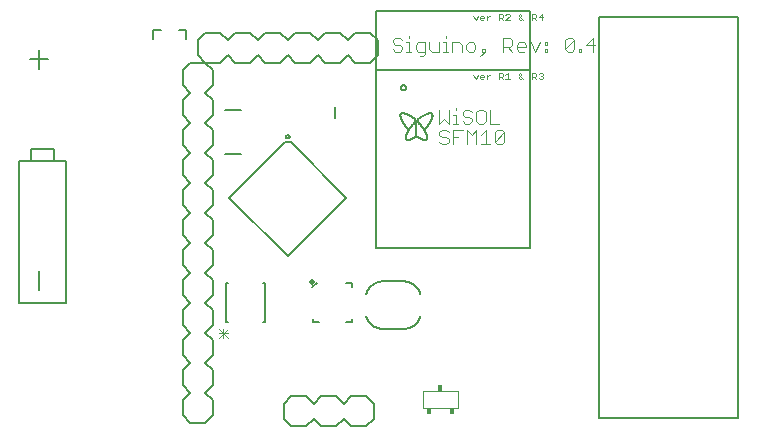
<source format=gto>
G75*
%MOIN*%
%OFA0B0*%
%FSLAX25Y25*%
%IPPOS*%
%LPD*%
%AMOC8*
5,1,8,0,0,1.08239X$1,22.5*
%
%ADD10C,0.00400*%
%ADD11C,0.00500*%
%ADD12C,0.00800*%
%ADD13C,0.02000*%
%ADD14C,0.00200*%
%ADD15C,0.00394*%
%ADD16R,0.01575X0.01969*%
%ADD17C,0.00600*%
%ADD18C,0.00300*%
D10*
X0169298Y0106011D02*
X0170066Y0105243D01*
X0171600Y0105243D01*
X0172368Y0106011D01*
X0172368Y0106778D01*
X0171600Y0107545D01*
X0170066Y0107545D01*
X0169298Y0108313D01*
X0169298Y0109080D01*
X0170066Y0109847D01*
X0171600Y0109847D01*
X0172368Y0109080D01*
X0173902Y0109847D02*
X0176972Y0109847D01*
X0178506Y0109847D02*
X0180041Y0108313D01*
X0181576Y0109847D01*
X0181576Y0105243D01*
X0183110Y0105243D02*
X0186179Y0105243D01*
X0184645Y0105243D02*
X0184645Y0109847D01*
X0183110Y0108313D01*
X0187714Y0109080D02*
X0188481Y0109847D01*
X0190016Y0109847D01*
X0190783Y0109080D01*
X0187714Y0106011D01*
X0188481Y0105243D01*
X0190016Y0105243D01*
X0190783Y0106011D01*
X0190783Y0109080D01*
X0187714Y0109080D02*
X0187714Y0106011D01*
X0178506Y0105243D02*
X0178506Y0109847D01*
X0177739Y0111936D02*
X0176972Y0112704D01*
X0177739Y0111936D02*
X0179274Y0111936D01*
X0180041Y0112704D01*
X0180041Y0113471D01*
X0179274Y0114238D01*
X0177739Y0114238D01*
X0176972Y0115005D01*
X0176972Y0115773D01*
X0177739Y0116540D01*
X0179274Y0116540D01*
X0180041Y0115773D01*
X0181576Y0115773D02*
X0181576Y0112704D01*
X0182343Y0111936D01*
X0183878Y0111936D01*
X0184645Y0112704D01*
X0184645Y0115773D01*
X0183878Y0116540D01*
X0182343Y0116540D01*
X0181576Y0115773D01*
X0186179Y0116540D02*
X0186179Y0111936D01*
X0189249Y0111936D01*
X0175437Y0111936D02*
X0173902Y0111936D01*
X0174670Y0111936D02*
X0174670Y0115005D01*
X0173902Y0115005D01*
X0174670Y0116540D02*
X0174670Y0117307D01*
X0172368Y0116540D02*
X0172368Y0111936D01*
X0170833Y0113471D01*
X0169298Y0111936D01*
X0169298Y0116540D01*
X0173902Y0109847D02*
X0173902Y0105243D01*
X0173902Y0107545D02*
X0175437Y0107545D01*
X0182827Y0134417D02*
X0184361Y0135952D01*
X0183594Y0135952D01*
X0183594Y0136719D01*
X0184361Y0136719D01*
X0184361Y0135952D01*
X0181292Y0136719D02*
X0181292Y0138254D01*
X0180525Y0139021D01*
X0178990Y0139021D01*
X0178223Y0138254D01*
X0178223Y0136719D01*
X0178990Y0135952D01*
X0180525Y0135952D01*
X0181292Y0136719D01*
X0176688Y0135952D02*
X0176688Y0138254D01*
X0175921Y0139021D01*
X0173619Y0139021D01*
X0173619Y0135952D01*
X0172084Y0135952D02*
X0170550Y0135952D01*
X0171317Y0135952D02*
X0171317Y0139021D01*
X0170550Y0139021D01*
X0169015Y0139021D02*
X0169015Y0135952D01*
X0166713Y0135952D01*
X0165946Y0136719D01*
X0165946Y0139021D01*
X0164411Y0139021D02*
X0162109Y0139021D01*
X0161342Y0138254D01*
X0161342Y0136719D01*
X0162109Y0135952D01*
X0164411Y0135952D01*
X0164411Y0135185D02*
X0164411Y0139021D01*
X0159040Y0139021D02*
X0159040Y0135952D01*
X0159807Y0135952D02*
X0158272Y0135952D01*
X0156738Y0136719D02*
X0156738Y0137487D01*
X0155970Y0138254D01*
X0154436Y0138254D01*
X0153669Y0139021D01*
X0153669Y0139789D01*
X0154436Y0140556D01*
X0155970Y0140556D01*
X0156738Y0139789D01*
X0158272Y0139021D02*
X0159040Y0139021D01*
X0159040Y0140556D02*
X0159040Y0141323D01*
X0156738Y0136719D02*
X0155970Y0135952D01*
X0154436Y0135952D01*
X0153669Y0136719D01*
X0162876Y0134417D02*
X0163644Y0134417D01*
X0164411Y0135185D01*
X0171317Y0140556D02*
X0171317Y0141323D01*
X0190500Y0140556D02*
X0190500Y0135952D01*
X0190500Y0137487D02*
X0192802Y0137487D01*
X0193569Y0138254D01*
X0193569Y0139789D01*
X0192802Y0140556D01*
X0190500Y0140556D01*
X0192035Y0137487D02*
X0193569Y0135952D01*
X0195104Y0136719D02*
X0195104Y0138254D01*
X0195871Y0139021D01*
X0197406Y0139021D01*
X0198173Y0138254D01*
X0198173Y0137487D01*
X0195104Y0137487D01*
X0195104Y0136719D02*
X0195871Y0135952D01*
X0197406Y0135952D01*
X0201242Y0135952D02*
X0202777Y0139021D01*
X0204312Y0139021D02*
X0204312Y0138254D01*
X0205079Y0138254D01*
X0205079Y0139021D01*
X0204312Y0139021D01*
X0201242Y0135952D02*
X0199708Y0139021D01*
X0204312Y0136719D02*
X0204312Y0135952D01*
X0205079Y0135952D01*
X0205079Y0136719D01*
X0204312Y0136719D01*
X0211218Y0136719D02*
X0214287Y0139789D01*
X0214287Y0136719D01*
X0213520Y0135952D01*
X0211985Y0135952D01*
X0211218Y0136719D01*
X0211218Y0139789D01*
X0211985Y0140556D01*
X0213520Y0140556D01*
X0214287Y0139789D01*
X0218123Y0138254D02*
X0221193Y0138254D01*
X0220425Y0135952D02*
X0220425Y0140556D01*
X0218123Y0138254D01*
X0216589Y0136719D02*
X0215821Y0136719D01*
X0215821Y0135952D01*
X0216589Y0135952D01*
X0216589Y0136719D01*
D11*
X0199413Y0129846D02*
X0199413Y0149531D01*
X0148232Y0149531D01*
X0148232Y0129846D01*
X0148232Y0070398D01*
X0199413Y0070398D01*
X0199413Y0129846D01*
X0148232Y0129846D01*
X0156407Y0123941D02*
X0156409Y0124000D01*
X0156415Y0124058D01*
X0156425Y0124116D01*
X0156438Y0124173D01*
X0156456Y0124230D01*
X0156477Y0124285D01*
X0156502Y0124338D01*
X0156530Y0124389D01*
X0156561Y0124439D01*
X0156596Y0124486D01*
X0156634Y0124531D01*
X0156675Y0124574D01*
X0156719Y0124613D01*
X0156765Y0124649D01*
X0156813Y0124683D01*
X0156864Y0124713D01*
X0156917Y0124739D01*
X0156971Y0124762D01*
X0157026Y0124781D01*
X0157083Y0124797D01*
X0157141Y0124809D01*
X0157199Y0124817D01*
X0157258Y0124821D01*
X0157316Y0124821D01*
X0157375Y0124817D01*
X0157433Y0124809D01*
X0157491Y0124797D01*
X0157548Y0124781D01*
X0157603Y0124762D01*
X0157657Y0124739D01*
X0157710Y0124713D01*
X0157761Y0124683D01*
X0157809Y0124649D01*
X0157855Y0124613D01*
X0157899Y0124574D01*
X0157940Y0124531D01*
X0157978Y0124486D01*
X0158013Y0124439D01*
X0158044Y0124389D01*
X0158072Y0124338D01*
X0158097Y0124285D01*
X0158118Y0124230D01*
X0158136Y0124173D01*
X0158149Y0124116D01*
X0158159Y0124058D01*
X0158165Y0124000D01*
X0158167Y0123941D01*
X0158165Y0123882D01*
X0158159Y0123824D01*
X0158149Y0123766D01*
X0158136Y0123709D01*
X0158118Y0123652D01*
X0158097Y0123597D01*
X0158072Y0123544D01*
X0158044Y0123493D01*
X0158013Y0123443D01*
X0157978Y0123396D01*
X0157940Y0123351D01*
X0157899Y0123308D01*
X0157855Y0123269D01*
X0157809Y0123233D01*
X0157761Y0123199D01*
X0157710Y0123169D01*
X0157657Y0123143D01*
X0157603Y0123120D01*
X0157548Y0123101D01*
X0157491Y0123085D01*
X0157433Y0123073D01*
X0157375Y0123065D01*
X0157316Y0123061D01*
X0157258Y0123061D01*
X0157199Y0123065D01*
X0157141Y0123073D01*
X0157083Y0123085D01*
X0157026Y0123101D01*
X0156971Y0123120D01*
X0156917Y0123143D01*
X0156864Y0123169D01*
X0156813Y0123199D01*
X0156765Y0123233D01*
X0156719Y0123269D01*
X0156675Y0123308D01*
X0156634Y0123351D01*
X0156596Y0123396D01*
X0156561Y0123443D01*
X0156530Y0123493D01*
X0156502Y0123544D01*
X0156477Y0123597D01*
X0156456Y0123652D01*
X0156438Y0123709D01*
X0156425Y0123766D01*
X0156415Y0123824D01*
X0156409Y0123882D01*
X0156407Y0123941D01*
X0166140Y0112456D02*
X0165989Y0112209D01*
X0165833Y0111966D01*
X0165671Y0111726D01*
X0165504Y0111490D01*
X0165332Y0111257D01*
X0165154Y0111029D01*
X0164972Y0110805D01*
X0164784Y0110585D01*
X0164591Y0110369D01*
X0164394Y0110157D01*
X0164191Y0109951D01*
X0162386Y0112178D02*
X0161829Y0112734D01*
X0161618Y0112917D02*
X0161618Y0107799D01*
X0158066Y0107723D02*
X0158052Y0107663D01*
X0158042Y0107601D01*
X0158035Y0107539D01*
X0158031Y0107476D01*
X0158031Y0107414D01*
X0158035Y0107351D01*
X0158042Y0107289D01*
X0158052Y0107227D01*
X0158066Y0107167D01*
X0158067Y0107167D02*
X0158082Y0107114D01*
X0158102Y0107063D01*
X0158125Y0107013D01*
X0158151Y0106965D01*
X0158181Y0106918D01*
X0158214Y0106874D01*
X0158250Y0106833D01*
X0158289Y0106794D01*
X0158330Y0106758D01*
X0158374Y0106725D01*
X0158421Y0106695D01*
X0158469Y0106669D01*
X0158519Y0106646D01*
X0158570Y0106626D01*
X0158623Y0106611D01*
X0164891Y0108559D02*
X0164945Y0108423D01*
X0164997Y0108285D01*
X0165045Y0108146D01*
X0165089Y0108006D01*
X0165131Y0107866D01*
X0165169Y0107724D01*
X0165169Y0107167D02*
X0165154Y0107114D01*
X0165134Y0107063D01*
X0165111Y0107013D01*
X0165085Y0106965D01*
X0165055Y0106918D01*
X0165022Y0106874D01*
X0164986Y0106833D01*
X0164947Y0106794D01*
X0164906Y0106758D01*
X0164862Y0106725D01*
X0164815Y0106695D01*
X0164767Y0106669D01*
X0164717Y0106646D01*
X0164666Y0106626D01*
X0164613Y0106611D01*
X0158345Y0108559D02*
X0158291Y0108423D01*
X0158239Y0108285D01*
X0158191Y0108146D01*
X0158147Y0108006D01*
X0158105Y0107866D01*
X0158067Y0107724D01*
X0158624Y0106609D02*
X0158684Y0106595D01*
X0158746Y0106585D01*
X0158808Y0106578D01*
X0158871Y0106574D01*
X0158933Y0106574D01*
X0158996Y0106578D01*
X0159058Y0106585D01*
X0159120Y0106595D01*
X0159180Y0106609D01*
X0164335Y0109672D02*
X0164439Y0109493D01*
X0164538Y0109310D01*
X0164633Y0109126D01*
X0164724Y0108939D01*
X0164810Y0108750D01*
X0164892Y0108559D01*
X0164612Y0106609D02*
X0164552Y0106595D01*
X0164490Y0106585D01*
X0164428Y0106578D01*
X0164365Y0106574D01*
X0164303Y0106574D01*
X0164240Y0106578D01*
X0164178Y0106585D01*
X0164116Y0106595D01*
X0164056Y0106609D01*
X0165170Y0107167D02*
X0165184Y0107227D01*
X0165194Y0107289D01*
X0165201Y0107351D01*
X0165205Y0107414D01*
X0165205Y0107476D01*
X0165201Y0107539D01*
X0165194Y0107601D01*
X0165184Y0107663D01*
X0165170Y0107723D01*
X0158902Y0109672D02*
X0158798Y0109493D01*
X0158699Y0109310D01*
X0158604Y0109126D01*
X0158513Y0108939D01*
X0158427Y0108750D01*
X0158345Y0108559D01*
X0158210Y0115240D02*
X0158074Y0115294D01*
X0157936Y0115346D01*
X0157797Y0115394D01*
X0157657Y0115438D01*
X0157517Y0115480D01*
X0157375Y0115518D01*
X0156818Y0115518D02*
X0156765Y0115503D01*
X0156714Y0115483D01*
X0156664Y0115460D01*
X0156616Y0115434D01*
X0156569Y0115404D01*
X0156525Y0115371D01*
X0156484Y0115335D01*
X0156445Y0115296D01*
X0156409Y0115255D01*
X0156376Y0115211D01*
X0156346Y0115164D01*
X0156320Y0115116D01*
X0156297Y0115066D01*
X0156277Y0115015D01*
X0156262Y0114962D01*
X0156818Y0115519D02*
X0156878Y0115533D01*
X0156940Y0115543D01*
X0157002Y0115550D01*
X0157065Y0115554D01*
X0157127Y0115554D01*
X0157190Y0115550D01*
X0157252Y0115543D01*
X0157314Y0115533D01*
X0157374Y0115519D01*
X0156260Y0114961D02*
X0156246Y0114901D01*
X0156236Y0114839D01*
X0156229Y0114777D01*
X0156225Y0114714D01*
X0156225Y0114652D01*
X0156229Y0114589D01*
X0156236Y0114527D01*
X0156246Y0114465D01*
X0156260Y0114405D01*
X0159180Y0106610D02*
X0159322Y0106648D01*
X0159462Y0106690D01*
X0159602Y0106734D01*
X0159741Y0106782D01*
X0159879Y0106834D01*
X0160015Y0106888D01*
X0159323Y0114683D02*
X0159144Y0114787D01*
X0158961Y0114886D01*
X0158777Y0114981D01*
X0158590Y0115072D01*
X0158401Y0115158D01*
X0158210Y0115240D01*
X0166140Y0112456D02*
X0166244Y0112635D01*
X0166343Y0112818D01*
X0166438Y0113002D01*
X0166529Y0113189D01*
X0166615Y0113378D01*
X0166697Y0113569D01*
X0166418Y0115519D02*
X0166358Y0115533D01*
X0166296Y0115543D01*
X0166234Y0115550D01*
X0166171Y0115554D01*
X0166109Y0115554D01*
X0166046Y0115550D01*
X0165984Y0115543D01*
X0165922Y0115533D01*
X0165862Y0115519D01*
X0166418Y0115518D02*
X0166471Y0115503D01*
X0166522Y0115483D01*
X0166572Y0115460D01*
X0166620Y0115434D01*
X0166667Y0115404D01*
X0166711Y0115371D01*
X0166752Y0115335D01*
X0166791Y0115296D01*
X0166827Y0115255D01*
X0166860Y0115211D01*
X0166890Y0115164D01*
X0166916Y0115116D01*
X0166939Y0115066D01*
X0166959Y0115015D01*
X0166974Y0114962D01*
X0166976Y0114961D02*
X0166990Y0114901D01*
X0167000Y0114839D01*
X0167007Y0114777D01*
X0167011Y0114714D01*
X0167011Y0114652D01*
X0167007Y0114589D01*
X0167000Y0114527D01*
X0166990Y0114465D01*
X0166976Y0114405D01*
X0164056Y0106610D02*
X0163914Y0106648D01*
X0163774Y0106690D01*
X0163634Y0106734D01*
X0163495Y0106782D01*
X0163357Y0106834D01*
X0163221Y0106888D01*
X0165026Y0115240D02*
X0165162Y0115294D01*
X0165300Y0115346D01*
X0165439Y0115394D01*
X0165579Y0115438D01*
X0165719Y0115480D01*
X0165861Y0115518D01*
X0157096Y0112456D02*
X0156992Y0112635D01*
X0156893Y0112818D01*
X0156798Y0113002D01*
X0156707Y0113189D01*
X0156621Y0113378D01*
X0156539Y0113569D01*
X0160850Y0112178D02*
X0161407Y0112734D01*
X0166697Y0113570D02*
X0166751Y0113706D01*
X0166803Y0113844D01*
X0166851Y0113983D01*
X0166895Y0114123D01*
X0166937Y0114263D01*
X0166975Y0114405D01*
X0163221Y0106888D02*
X0162960Y0107031D01*
X0162703Y0107180D01*
X0162450Y0107336D01*
X0162200Y0107497D01*
X0161955Y0107665D01*
X0161713Y0107839D01*
X0163913Y0114684D02*
X0164092Y0114788D01*
X0164275Y0114887D01*
X0164459Y0114982D01*
X0164646Y0115073D01*
X0164835Y0115159D01*
X0165026Y0115241D01*
X0156540Y0113570D02*
X0156486Y0113706D01*
X0156434Y0113844D01*
X0156386Y0113983D01*
X0156342Y0114123D01*
X0156300Y0114263D01*
X0156262Y0114405D01*
X0160015Y0106889D02*
X0160275Y0107032D01*
X0160532Y0107181D01*
X0160786Y0107337D01*
X0161035Y0107498D01*
X0161281Y0107666D01*
X0161522Y0107839D01*
X0164335Y0109673D02*
X0164184Y0109919D01*
X0164028Y0110163D01*
X0163866Y0110403D01*
X0163699Y0110639D01*
X0163527Y0110871D01*
X0163349Y0111100D01*
X0163166Y0111324D01*
X0162979Y0111544D01*
X0162786Y0111760D01*
X0162588Y0111971D01*
X0162386Y0112178D01*
X0159045Y0109950D02*
X0158843Y0110157D01*
X0158645Y0110368D01*
X0158452Y0110584D01*
X0158265Y0110804D01*
X0158082Y0111028D01*
X0157904Y0111257D01*
X0157732Y0111489D01*
X0157565Y0111725D01*
X0157403Y0111965D01*
X0157247Y0112209D01*
X0157096Y0112455D01*
X0159323Y0114683D02*
X0159570Y0114532D01*
X0159813Y0114376D01*
X0160053Y0114214D01*
X0160289Y0114047D01*
X0160522Y0113875D01*
X0160750Y0113697D01*
X0160974Y0113515D01*
X0161194Y0113327D01*
X0161410Y0113134D01*
X0161622Y0112937D01*
X0161828Y0112734D01*
X0161407Y0112734D02*
X0161614Y0112936D01*
X0161825Y0113134D01*
X0162041Y0113327D01*
X0162261Y0113514D01*
X0162485Y0113697D01*
X0162714Y0113875D01*
X0162946Y0114047D01*
X0163182Y0114214D01*
X0163422Y0114376D01*
X0163666Y0114532D01*
X0163912Y0114683D01*
X0160851Y0112177D02*
X0160648Y0111971D01*
X0160451Y0111759D01*
X0160258Y0111543D01*
X0160070Y0111323D01*
X0159888Y0111099D01*
X0159710Y0110871D01*
X0159538Y0110638D01*
X0159371Y0110402D01*
X0159209Y0110162D01*
X0159053Y0109919D01*
X0158902Y0109672D01*
X0134404Y0113916D02*
X0134404Y0117666D01*
X0044807Y0099531D02*
X0044807Y0052287D01*
X0029059Y0052287D01*
X0029059Y0099531D01*
X0032996Y0099531D01*
X0032996Y0103469D01*
X0040870Y0103469D01*
X0040870Y0099531D01*
X0044807Y0099531D01*
X0040870Y0099531D02*
X0032996Y0099531D01*
X0222366Y0147563D02*
X0222366Y0013705D01*
X0268823Y0013705D01*
X0268823Y0147563D01*
X0222366Y0147563D01*
D12*
X0086205Y0012209D02*
X0083705Y0014709D01*
X0083705Y0019709D01*
X0086205Y0022209D01*
X0083705Y0024709D01*
X0083705Y0029709D01*
X0086205Y0032209D01*
X0083705Y0034709D01*
X0083705Y0039709D01*
X0086205Y0042209D01*
X0083705Y0044709D01*
X0083705Y0049709D01*
X0086205Y0052209D01*
X0083705Y0054709D01*
X0083705Y0059709D01*
X0086205Y0062209D01*
X0083705Y0064709D01*
X0083705Y0069709D01*
X0086205Y0072209D01*
X0083705Y0074709D01*
X0083705Y0079709D01*
X0086205Y0082209D01*
X0083705Y0084709D01*
X0083705Y0089709D01*
X0086205Y0092209D01*
X0083705Y0094709D01*
X0083705Y0099709D01*
X0086205Y0102209D01*
X0083705Y0104709D01*
X0083705Y0109709D01*
X0086205Y0112209D01*
X0083705Y0114709D01*
X0083705Y0119709D01*
X0086205Y0122209D01*
X0083705Y0124709D01*
X0083705Y0129709D01*
X0086205Y0132209D01*
X0091205Y0132209D01*
X0093705Y0129709D01*
X0093705Y0124709D01*
X0091205Y0122209D01*
X0093705Y0119709D01*
X0093705Y0114709D01*
X0091205Y0112209D01*
X0093705Y0109709D01*
X0093705Y0104709D01*
X0091205Y0102209D01*
X0093705Y0099709D01*
X0093705Y0094709D01*
X0091205Y0092209D01*
X0093705Y0089709D01*
X0093705Y0084709D01*
X0091205Y0082209D01*
X0093705Y0079709D01*
X0093705Y0074709D01*
X0091205Y0072209D01*
X0093705Y0069709D01*
X0093705Y0064709D01*
X0091205Y0062209D01*
X0093705Y0059709D01*
X0093705Y0054709D01*
X0091205Y0052209D01*
X0093705Y0049709D01*
X0093705Y0044709D01*
X0091205Y0042209D01*
X0093705Y0039709D01*
X0093705Y0034709D01*
X0091205Y0032209D01*
X0093705Y0029709D01*
X0093705Y0024709D01*
X0091205Y0022209D01*
X0093705Y0019709D01*
X0093705Y0014709D01*
X0091205Y0012209D01*
X0086205Y0012209D01*
X0117366Y0013567D02*
X0119866Y0011067D01*
X0124866Y0011067D01*
X0127366Y0013567D01*
X0129866Y0011067D01*
X0134866Y0011067D01*
X0137366Y0013567D01*
X0139866Y0011067D01*
X0144866Y0011067D01*
X0147366Y0013567D01*
X0147366Y0018567D01*
X0144866Y0021067D01*
X0139866Y0021067D01*
X0137366Y0018567D01*
X0134866Y0021067D01*
X0129866Y0021067D01*
X0127366Y0018567D01*
X0124866Y0021067D01*
X0119866Y0021067D01*
X0117366Y0018567D01*
X0117366Y0013567D01*
X0149925Y0043626D02*
X0157799Y0043626D01*
X0157948Y0043639D01*
X0158097Y0043655D01*
X0158245Y0043675D01*
X0158392Y0043699D01*
X0158539Y0043727D01*
X0158685Y0043758D01*
X0158830Y0043794D01*
X0158975Y0043833D01*
X0159118Y0043877D01*
X0159260Y0043924D01*
X0159400Y0043974D01*
X0159539Y0044029D01*
X0159677Y0044087D01*
X0159813Y0044148D01*
X0159948Y0044214D01*
X0160081Y0044282D01*
X0160211Y0044354D01*
X0160340Y0044430D01*
X0160467Y0044509D01*
X0160592Y0044592D01*
X0160715Y0044677D01*
X0160835Y0044766D01*
X0160953Y0044858D01*
X0161068Y0044953D01*
X0161181Y0045051D01*
X0161291Y0045152D01*
X0161398Y0045256D01*
X0161503Y0045363D01*
X0161605Y0045472D01*
X0161704Y0045584D01*
X0161800Y0045699D01*
X0161893Y0045816D01*
X0161983Y0045935D01*
X0162069Y0046057D01*
X0162152Y0046181D01*
X0162233Y0046307D01*
X0162309Y0046436D01*
X0162382Y0046566D01*
X0162452Y0046698D01*
X0162519Y0046832D01*
X0162581Y0046968D01*
X0162640Y0047105D01*
X0162696Y0047244D01*
X0162748Y0047384D01*
X0162796Y0047526D01*
X0162840Y0047668D01*
X0162881Y0047812D01*
X0162917Y0047957D01*
X0162917Y0055044D02*
X0162881Y0055189D01*
X0162840Y0055332D01*
X0162796Y0055475D01*
X0162748Y0055617D01*
X0162696Y0055757D01*
X0162640Y0055896D01*
X0162581Y0056033D01*
X0162519Y0056169D01*
X0162452Y0056303D01*
X0162383Y0056435D01*
X0162309Y0056565D01*
X0162233Y0056694D01*
X0162153Y0056820D01*
X0162069Y0056944D01*
X0161983Y0057066D01*
X0161893Y0057185D01*
X0161800Y0057302D01*
X0161704Y0057417D01*
X0161605Y0057529D01*
X0161503Y0057638D01*
X0161399Y0057745D01*
X0161291Y0057849D01*
X0161181Y0057950D01*
X0161068Y0058048D01*
X0160953Y0058143D01*
X0160835Y0058235D01*
X0160715Y0058324D01*
X0160592Y0058410D01*
X0160467Y0058492D01*
X0160340Y0058571D01*
X0160211Y0058647D01*
X0160081Y0058719D01*
X0159948Y0058788D01*
X0159813Y0058853D01*
X0159677Y0058914D01*
X0159539Y0058972D01*
X0159400Y0059027D01*
X0159259Y0059077D01*
X0159118Y0059124D01*
X0158974Y0059168D01*
X0158830Y0059207D01*
X0158685Y0059243D01*
X0158539Y0059274D01*
X0158392Y0059302D01*
X0158245Y0059326D01*
X0158096Y0059346D01*
X0157948Y0059362D01*
X0157799Y0059375D01*
X0157799Y0059374D02*
X0149925Y0059374D01*
X0149776Y0059361D01*
X0149627Y0059345D01*
X0149479Y0059325D01*
X0149332Y0059301D01*
X0149185Y0059273D01*
X0149039Y0059242D01*
X0148894Y0059206D01*
X0148749Y0059167D01*
X0148606Y0059123D01*
X0148464Y0059076D01*
X0148324Y0059026D01*
X0148185Y0058971D01*
X0148047Y0058913D01*
X0147911Y0058852D01*
X0147776Y0058786D01*
X0147643Y0058718D01*
X0147513Y0058646D01*
X0147384Y0058570D01*
X0147257Y0058491D01*
X0147132Y0058408D01*
X0147009Y0058323D01*
X0146889Y0058234D01*
X0146771Y0058142D01*
X0146656Y0058047D01*
X0146543Y0057949D01*
X0146433Y0057848D01*
X0146326Y0057744D01*
X0146221Y0057637D01*
X0146119Y0057528D01*
X0146020Y0057416D01*
X0145924Y0057301D01*
X0145831Y0057184D01*
X0145741Y0057065D01*
X0145655Y0056943D01*
X0145572Y0056819D01*
X0145491Y0056693D01*
X0145415Y0056564D01*
X0145342Y0056434D01*
X0145272Y0056302D01*
X0145205Y0056168D01*
X0145143Y0056032D01*
X0145084Y0055895D01*
X0145028Y0055756D01*
X0144976Y0055616D01*
X0144928Y0055474D01*
X0144884Y0055332D01*
X0144843Y0055188D01*
X0144807Y0055043D01*
X0140099Y0057600D02*
X0140099Y0058703D01*
X0138099Y0058703D01*
X0128302Y0059000D02*
X0126902Y0057600D01*
X0127299Y0046806D02*
X0127299Y0045703D01*
X0129299Y0045703D01*
X0138099Y0045703D02*
X0140099Y0045703D01*
X0140099Y0046806D01*
X0144807Y0047956D02*
X0144843Y0047811D01*
X0144884Y0047668D01*
X0144928Y0047525D01*
X0144976Y0047383D01*
X0145028Y0047243D01*
X0145084Y0047104D01*
X0145143Y0046967D01*
X0145205Y0046831D01*
X0145272Y0046697D01*
X0145341Y0046565D01*
X0145415Y0046435D01*
X0145491Y0046306D01*
X0145571Y0046180D01*
X0145655Y0046056D01*
X0145741Y0045934D01*
X0145831Y0045815D01*
X0145924Y0045698D01*
X0146020Y0045583D01*
X0146119Y0045471D01*
X0146221Y0045362D01*
X0146325Y0045255D01*
X0146433Y0045151D01*
X0146543Y0045050D01*
X0146656Y0044952D01*
X0146771Y0044857D01*
X0146889Y0044765D01*
X0147009Y0044676D01*
X0147132Y0044590D01*
X0147257Y0044508D01*
X0147384Y0044429D01*
X0147513Y0044353D01*
X0147643Y0044281D01*
X0147776Y0044212D01*
X0147911Y0044147D01*
X0148047Y0044086D01*
X0148185Y0044028D01*
X0148324Y0043973D01*
X0148465Y0043923D01*
X0148606Y0043876D01*
X0148750Y0043832D01*
X0148894Y0043793D01*
X0149039Y0043757D01*
X0149185Y0043726D01*
X0149332Y0043698D01*
X0149479Y0043674D01*
X0149628Y0043654D01*
X0149776Y0043638D01*
X0149925Y0043625D01*
X0118705Y0067694D02*
X0099190Y0087209D01*
X0117716Y0105735D01*
X0119693Y0105735D01*
X0138220Y0087209D01*
X0118705Y0067694D01*
X0102995Y0101899D02*
X0097877Y0101899D01*
X0118175Y0107644D02*
X0118177Y0107693D01*
X0118183Y0107741D01*
X0118193Y0107789D01*
X0118207Y0107836D01*
X0118224Y0107882D01*
X0118245Y0107926D01*
X0118270Y0107968D01*
X0118298Y0108008D01*
X0118330Y0108046D01*
X0118364Y0108081D01*
X0118401Y0108113D01*
X0118440Y0108142D01*
X0118482Y0108168D01*
X0118526Y0108190D01*
X0118571Y0108208D01*
X0118618Y0108223D01*
X0118665Y0108234D01*
X0118714Y0108241D01*
X0118763Y0108244D01*
X0118812Y0108243D01*
X0118860Y0108238D01*
X0118909Y0108229D01*
X0118956Y0108216D01*
X0119002Y0108199D01*
X0119046Y0108179D01*
X0119089Y0108155D01*
X0119130Y0108128D01*
X0119168Y0108097D01*
X0119204Y0108064D01*
X0119236Y0108028D01*
X0119266Y0107989D01*
X0119293Y0107948D01*
X0119316Y0107904D01*
X0119335Y0107859D01*
X0119351Y0107813D01*
X0119363Y0107766D01*
X0119371Y0107717D01*
X0119375Y0107668D01*
X0119375Y0107620D01*
X0119371Y0107571D01*
X0119363Y0107522D01*
X0119351Y0107475D01*
X0119335Y0107429D01*
X0119316Y0107384D01*
X0119293Y0107340D01*
X0119266Y0107299D01*
X0119236Y0107260D01*
X0119204Y0107224D01*
X0119168Y0107191D01*
X0119130Y0107160D01*
X0119089Y0107133D01*
X0119046Y0107109D01*
X0119002Y0107089D01*
X0118956Y0107072D01*
X0118909Y0107059D01*
X0118860Y0107050D01*
X0118812Y0107045D01*
X0118763Y0107044D01*
X0118714Y0107047D01*
X0118665Y0107054D01*
X0118618Y0107065D01*
X0118571Y0107080D01*
X0118526Y0107098D01*
X0118482Y0107120D01*
X0118440Y0107146D01*
X0118401Y0107175D01*
X0118364Y0107207D01*
X0118330Y0107242D01*
X0118298Y0107280D01*
X0118270Y0107320D01*
X0118245Y0107362D01*
X0118224Y0107406D01*
X0118207Y0107452D01*
X0118193Y0107499D01*
X0118183Y0107547D01*
X0118177Y0107595D01*
X0118175Y0107644D01*
X0102995Y0116662D02*
X0097877Y0116662D01*
X0096205Y0132209D02*
X0091205Y0132209D01*
X0088705Y0134709D01*
X0088705Y0139709D01*
X0091205Y0142209D01*
X0096205Y0142209D01*
X0098705Y0139709D01*
X0101205Y0142209D01*
X0106205Y0142209D01*
X0108705Y0139709D01*
X0111205Y0142209D01*
X0116205Y0142209D01*
X0118705Y0139709D01*
X0121205Y0142209D01*
X0126205Y0142209D01*
X0128705Y0139709D01*
X0131205Y0142209D01*
X0136205Y0142209D01*
X0138705Y0139709D01*
X0141205Y0142209D01*
X0146205Y0142209D01*
X0148705Y0139709D01*
X0148705Y0134709D01*
X0146205Y0132209D01*
X0141205Y0132209D01*
X0138705Y0134709D01*
X0136205Y0132209D01*
X0131205Y0132209D01*
X0128705Y0134709D01*
X0126205Y0132209D01*
X0121205Y0132209D01*
X0118705Y0134709D01*
X0116205Y0132209D01*
X0111205Y0132209D01*
X0108705Y0134709D01*
X0106205Y0132209D01*
X0101205Y0132209D01*
X0098705Y0134709D01*
X0096205Y0132209D01*
X0084965Y0140083D02*
X0084965Y0143232D01*
X0082602Y0143232D01*
X0076303Y0143232D02*
X0073941Y0143232D01*
X0073941Y0140083D01*
X0038935Y0133357D02*
X0032797Y0133357D01*
X0035866Y0130287D02*
X0035866Y0136426D01*
X0035866Y0062763D02*
X0035866Y0056624D01*
D13*
X0126705Y0059209D03*
D14*
X0181350Y0126797D02*
X0182084Y0128265D01*
X0182826Y0127898D02*
X0183193Y0128265D01*
X0183927Y0128265D01*
X0184294Y0127898D01*
X0184294Y0127531D01*
X0182826Y0127531D01*
X0182826Y0127164D02*
X0182826Y0127898D01*
X0182826Y0127164D02*
X0183193Y0126797D01*
X0183927Y0126797D01*
X0185036Y0126797D02*
X0185036Y0128265D01*
X0185769Y0128265D02*
X0185036Y0127531D01*
X0185769Y0128265D02*
X0186136Y0128265D01*
X0189087Y0128999D02*
X0189087Y0126797D01*
X0189087Y0127531D02*
X0190188Y0127531D01*
X0190555Y0127898D01*
X0190555Y0128632D01*
X0190188Y0128999D01*
X0189087Y0128999D01*
X0189821Y0127531D02*
X0190555Y0126797D01*
X0191297Y0126797D02*
X0192765Y0126797D01*
X0192031Y0126797D02*
X0192031Y0128999D01*
X0191297Y0128265D01*
X0195717Y0128265D02*
X0197185Y0126797D01*
X0197185Y0127531D02*
X0196451Y0126797D01*
X0196084Y0126797D01*
X0195717Y0127164D01*
X0195717Y0127531D01*
X0196451Y0128265D01*
X0196451Y0128632D01*
X0196084Y0128999D01*
X0195717Y0128632D01*
X0195717Y0128265D01*
X0200136Y0128999D02*
X0200136Y0126797D01*
X0200136Y0127531D02*
X0201237Y0127531D01*
X0201604Y0127898D01*
X0201604Y0128632D01*
X0201237Y0128999D01*
X0200136Y0128999D01*
X0200870Y0127531D02*
X0201604Y0126797D01*
X0202346Y0127164D02*
X0202713Y0126797D01*
X0203447Y0126797D01*
X0203814Y0127164D01*
X0203814Y0127531D01*
X0203447Y0127898D01*
X0203080Y0127898D01*
X0203447Y0127898D02*
X0203814Y0128265D01*
X0203814Y0128632D01*
X0203447Y0128999D01*
X0202713Y0128999D01*
X0202346Y0128632D01*
X0181350Y0126797D02*
X0180616Y0128265D01*
X0181350Y0146482D02*
X0182084Y0147950D01*
X0182826Y0147583D02*
X0182826Y0146849D01*
X0183193Y0146482D01*
X0183927Y0146482D01*
X0184294Y0147216D02*
X0182826Y0147216D01*
X0182826Y0147583D02*
X0183193Y0147950D01*
X0183927Y0147950D01*
X0184294Y0147583D01*
X0184294Y0147216D01*
X0185036Y0147216D02*
X0185769Y0147950D01*
X0186136Y0147950D01*
X0185036Y0147950D02*
X0185036Y0146482D01*
X0181350Y0146482D02*
X0180616Y0147950D01*
X0189087Y0148684D02*
X0189087Y0146482D01*
X0189087Y0147216D02*
X0190188Y0147216D01*
X0190555Y0147583D01*
X0190555Y0148317D01*
X0190188Y0148684D01*
X0189087Y0148684D01*
X0189821Y0147216D02*
X0190555Y0146482D01*
X0191297Y0146482D02*
X0192765Y0147950D01*
X0192765Y0148317D01*
X0192398Y0148684D01*
X0191664Y0148684D01*
X0191297Y0148317D01*
X0191297Y0146482D02*
X0192765Y0146482D01*
X0195717Y0146849D02*
X0195717Y0147216D01*
X0196451Y0147950D01*
X0196451Y0148317D01*
X0196084Y0148684D01*
X0195717Y0148317D01*
X0195717Y0147950D01*
X0197185Y0146482D01*
X0197185Y0147216D02*
X0196451Y0146482D01*
X0196084Y0146482D01*
X0195717Y0146849D01*
X0200136Y0147216D02*
X0201237Y0147216D01*
X0201604Y0147583D01*
X0201604Y0148317D01*
X0201237Y0148684D01*
X0200136Y0148684D01*
X0200136Y0146482D01*
X0200870Y0147216D02*
X0201604Y0146482D01*
X0202346Y0147583D02*
X0203814Y0147583D01*
X0203447Y0148684D02*
X0202346Y0147583D01*
X0203447Y0146482D02*
X0203447Y0148684D01*
D15*
X0175319Y0022957D02*
X0163902Y0022957D01*
X0163902Y0017051D01*
X0175319Y0017051D01*
X0175319Y0022957D01*
D16*
X0169610Y0023941D03*
X0165870Y0016067D03*
X0173350Y0016067D03*
D17*
X0111250Y0045687D02*
X0110550Y0045687D01*
X0111250Y0045687D02*
X0111250Y0058887D01*
X0110550Y0058887D01*
X0098750Y0058887D02*
X0098050Y0058887D01*
X0098050Y0045687D01*
X0098750Y0045687D01*
D18*
X0098816Y0043673D02*
X0095680Y0040537D01*
X0097248Y0040537D02*
X0097248Y0043673D01*
X0095680Y0043673D02*
X0098816Y0040537D01*
X0098816Y0042105D02*
X0095680Y0042105D01*
M02*

</source>
